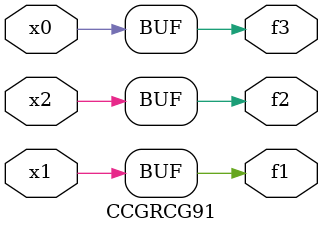
<source format=v>
module CCGRCG91(
	input x0, x1, x2,
	output f1, f2, f3
);
	assign f1 = x1;
	assign f2 = x2;
	assign f3 = x0;
endmodule

</source>
